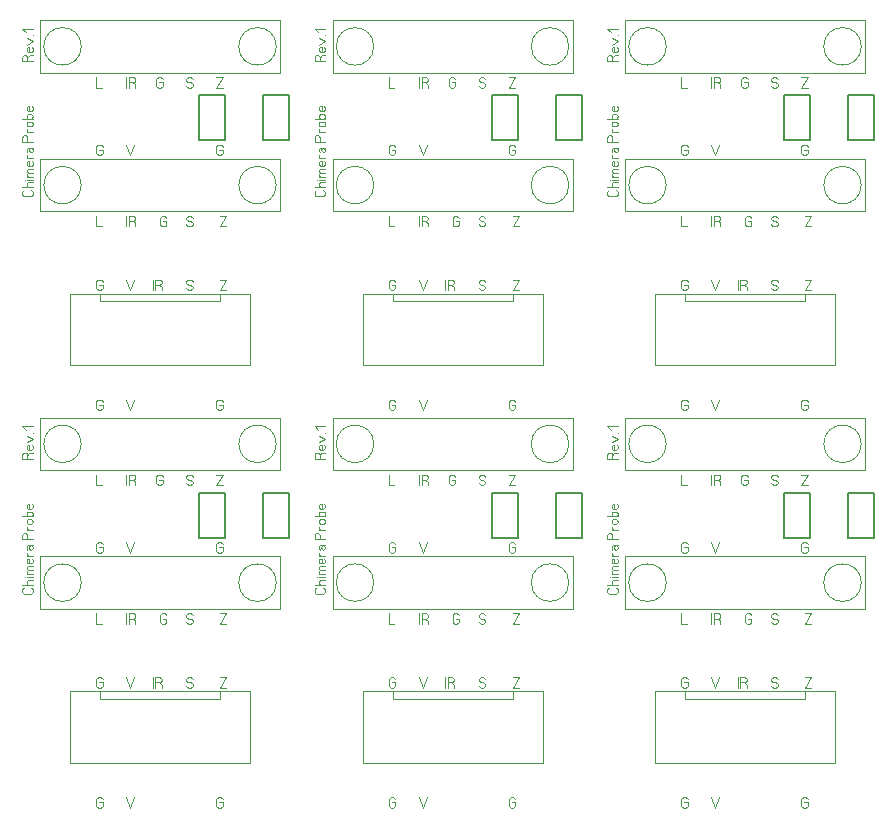
<source format=gbr>
%FSLAX34Y34*%
%MOMM*%
%LNSILK_TOP*%
G71*
G01*
%ADD10C, 0.100*%
%ADD11C, 0.111*%
%ADD12C, 0.150*%
%LPD*%
G54D10*
X34925Y-12700D02*
X34925Y-57150D01*
X238125Y-57150D01*
X238125Y-12700D01*
X34925Y-12700D01*
G54D10*
G75*
G01X69850Y-34925D02*
G03X69850Y-34925I-15875J0D01*
G01*
G54D10*
G75*
G01X234950Y-34925D02*
G03X234950Y-34925I-15875J0D01*
G01*
G54D10*
X34925Y-130175D02*
X34925Y-174625D01*
X238125Y-174625D01*
X238125Y-130175D01*
X34925Y-130175D01*
G54D10*
G75*
G01X69850Y-152400D02*
G03X69850Y-152400I-15875J0D01*
G01*
G54D10*
G75*
G01X234950Y-152400D02*
G03X234950Y-152400I-15875J0D01*
G01*
G54D10*
X60325Y-244475D02*
X60325Y-304800D01*
G54D10*
X212725Y-244475D02*
X212725Y-304800D01*
X60325Y-304800D01*
G54D10*
X60325Y-244475D02*
X212725Y-244475D01*
G54D10*
X85725Y-244475D02*
X85725Y-250825D01*
X187325Y-250825D01*
X187325Y-244475D01*
G54D11*
X82550Y-178436D02*
X82550Y-187325D01*
X87217Y-187325D01*
G54D11*
X107950Y-187325D02*
X107950Y-178436D01*
G54D11*
X113061Y-182881D02*
X115061Y-183992D01*
X115727Y-185103D01*
X115727Y-187325D01*
G54D11*
X110394Y-187325D02*
X110394Y-178436D01*
X113727Y-178436D01*
X115061Y-178992D01*
X115727Y-180103D01*
X115727Y-181214D01*
X115061Y-182325D01*
X113727Y-182881D01*
X110394Y-182881D01*
G54D11*
X139192Y-182881D02*
X141858Y-182881D01*
X141858Y-185658D01*
X141192Y-186769D01*
X139858Y-187325D01*
X138525Y-187325D01*
X137192Y-186769D01*
X136525Y-185658D01*
X136525Y-180103D01*
X137192Y-178992D01*
X138525Y-178436D01*
X139858Y-178436D01*
X141192Y-178992D01*
X141858Y-180103D01*
G54D11*
X187325Y-178436D02*
X192658Y-178436D01*
X187325Y-187325D01*
X192658Y-187325D01*
G54D11*
X158750Y-185658D02*
X159417Y-186769D01*
X160750Y-187325D01*
X162083Y-187325D01*
X163417Y-186769D01*
X164083Y-185658D01*
X164083Y-184547D01*
X163417Y-183436D01*
X162083Y-182881D01*
X160750Y-182881D01*
X159417Y-182325D01*
X158750Y-181214D01*
X158750Y-180103D01*
X159417Y-178992D01*
X160750Y-178436D01*
X162083Y-178436D01*
X163417Y-178992D01*
X164083Y-180103D01*
G54D11*
X85217Y-236856D02*
X87883Y-236856D01*
X87883Y-239633D01*
X87217Y-240744D01*
X85883Y-241300D01*
X84550Y-241300D01*
X83217Y-240744D01*
X82550Y-239633D01*
X82550Y-234078D01*
X83217Y-232967D01*
X84550Y-232411D01*
X85883Y-232411D01*
X87217Y-232967D01*
X87883Y-234078D01*
G54D11*
X107950Y-232411D02*
X111283Y-241300D01*
X114617Y-232411D01*
G54D11*
X130175Y-241300D02*
X130175Y-232411D01*
G54D11*
X135286Y-236856D02*
X137286Y-237967D01*
X137952Y-239078D01*
X137952Y-241300D01*
G54D11*
X132619Y-241300D02*
X132619Y-232411D01*
X135952Y-232411D01*
X137286Y-232967D01*
X137952Y-234078D01*
X137952Y-235189D01*
X137286Y-236300D01*
X135952Y-236856D01*
X132619Y-236856D01*
G54D11*
X158750Y-239633D02*
X159417Y-240744D01*
X160750Y-241300D01*
X162083Y-241300D01*
X163417Y-240744D01*
X164083Y-239633D01*
X164083Y-238522D01*
X163417Y-237411D01*
X162083Y-236856D01*
X160750Y-236856D01*
X159417Y-236300D01*
X158750Y-235189D01*
X158750Y-234078D01*
X159417Y-232967D01*
X160750Y-232411D01*
X162083Y-232411D01*
X163417Y-232967D01*
X164083Y-234078D01*
G54D11*
X187325Y-232411D02*
X192658Y-232411D01*
X187325Y-241300D01*
X192658Y-241300D01*
G54D11*
X82550Y-60961D02*
X82550Y-69850D01*
X87217Y-69850D01*
G54D11*
X107950Y-69850D02*
X107950Y-60961D01*
G54D11*
X113061Y-65406D02*
X115061Y-66517D01*
X115727Y-67628D01*
X115727Y-69850D01*
G54D11*
X110394Y-69850D02*
X110394Y-60961D01*
X113727Y-60961D01*
X115061Y-61517D01*
X115727Y-62628D01*
X115727Y-63739D01*
X115061Y-64850D01*
X113727Y-65406D01*
X110394Y-65406D01*
G54D11*
X136017Y-65406D02*
X138683Y-65406D01*
X138683Y-68183D01*
X138017Y-69294D01*
X136683Y-69850D01*
X135350Y-69850D01*
X134017Y-69294D01*
X133350Y-68183D01*
X133350Y-62628D01*
X134017Y-61517D01*
X135350Y-60961D01*
X136683Y-60961D01*
X138017Y-61517D01*
X138683Y-62628D01*
G54D11*
X158750Y-68183D02*
X159417Y-69294D01*
X160750Y-69850D01*
X162083Y-69850D01*
X163417Y-69294D01*
X164083Y-68183D01*
X164083Y-67072D01*
X163417Y-65961D01*
X162083Y-65406D01*
X160750Y-65406D01*
X159417Y-64850D01*
X158750Y-63739D01*
X158750Y-62628D01*
X159417Y-61517D01*
X160750Y-60961D01*
X162083Y-60961D01*
X163417Y-61517D01*
X164083Y-62628D01*
G54D11*
X184150Y-60961D02*
X189483Y-60961D01*
X184150Y-69850D01*
X189483Y-69850D01*
G54D12*
X169950Y-76250D02*
X191950Y-76250D01*
X191950Y-114250D01*
X169950Y-114250D01*
X169950Y-76250D01*
G54D12*
X223925Y-76250D02*
X245925Y-76250D01*
X245925Y-114250D01*
X223925Y-114250D01*
X223925Y-76250D01*
G54D11*
X26908Y-156592D02*
X28019Y-157258D01*
X28575Y-158592D01*
X28575Y-159925D01*
X28019Y-161258D01*
X26908Y-161925D01*
X21353Y-161925D01*
X20242Y-161258D01*
X19686Y-159925D01*
X19686Y-158592D01*
X20242Y-157258D01*
X21353Y-156592D01*
G54D11*
X28575Y-154148D02*
X19686Y-154148D01*
G54D11*
X25019Y-154148D02*
X23908Y-153481D01*
X23575Y-152148D01*
X23908Y-150815D01*
X25019Y-150148D01*
X28575Y-150148D01*
G54D11*
X28575Y-147704D02*
X23575Y-147704D01*
G54D11*
X21908Y-147704D02*
X21908Y-147704D01*
G54D11*
X28575Y-145260D02*
X23575Y-145260D01*
G54D11*
X24464Y-145260D02*
X23575Y-143927D01*
X23908Y-142593D01*
X24686Y-141927D01*
X28575Y-141927D01*
G54D11*
X24464Y-141927D02*
X23575Y-140593D01*
X23908Y-139260D01*
X24686Y-138593D01*
X28575Y-138593D01*
G54D11*
X28019Y-132149D02*
X28575Y-133216D01*
X28575Y-134549D01*
X28019Y-135882D01*
X26908Y-136149D01*
X25019Y-136149D01*
X23908Y-135482D01*
X23575Y-134149D01*
X23908Y-132816D01*
X24686Y-132149D01*
X25797Y-132149D01*
X25797Y-136149D01*
G54D11*
X28575Y-129705D02*
X23575Y-129705D01*
G54D11*
X24686Y-129705D02*
X23575Y-128372D01*
X23575Y-127038D01*
G54D11*
X24131Y-124594D02*
X23575Y-123261D01*
X23575Y-121661D01*
X24686Y-120594D01*
X28575Y-120594D01*
G54D11*
X26908Y-120594D02*
X25797Y-121261D01*
X25575Y-122594D01*
X25797Y-123927D01*
X26908Y-124594D01*
X28019Y-124327D01*
X28575Y-123261D01*
X28575Y-122594D01*
X28575Y-122327D01*
X28019Y-121261D01*
X26908Y-120594D01*
G54D11*
X28575Y-115573D02*
X19686Y-115573D01*
X19686Y-112240D01*
X20242Y-110906D01*
X21353Y-110240D01*
X22464Y-110240D01*
X23575Y-110906D01*
X24131Y-112240D01*
X24131Y-115573D01*
G54D11*
X28575Y-107796D02*
X23575Y-107796D01*
G54D11*
X24686Y-107796D02*
X23575Y-106463D01*
X23575Y-105129D01*
G54D11*
X27242Y-98685D02*
X25019Y-98685D01*
X23908Y-99352D01*
X23575Y-100685D01*
X23908Y-102018D01*
X25019Y-102685D01*
X27242Y-102685D01*
X28353Y-102018D01*
X28575Y-100685D01*
X28353Y-99352D01*
X27242Y-98685D01*
G54D11*
X28575Y-96241D02*
X19686Y-96241D01*
G54D11*
X25019Y-96241D02*
X23908Y-95574D01*
X23575Y-94241D01*
X23908Y-92908D01*
X25019Y-92241D01*
X27242Y-92241D01*
X28353Y-92908D01*
X28575Y-94241D01*
X28353Y-95574D01*
X27242Y-96241D01*
G54D11*
X28019Y-85797D02*
X28575Y-86864D01*
X28575Y-88197D01*
X28019Y-89530D01*
X26908Y-89797D01*
X25019Y-89797D01*
X23908Y-89130D01*
X23575Y-87797D01*
X23908Y-86464D01*
X24686Y-85797D01*
X25797Y-85797D01*
X25797Y-89797D01*
G54D11*
X24131Y-44958D02*
X25242Y-42958D01*
X26353Y-42292D01*
X28575Y-42292D01*
G54D11*
X28575Y-47625D02*
X19686Y-47625D01*
X19686Y-44292D01*
X20242Y-42958D01*
X21353Y-42292D01*
X22464Y-42292D01*
X23575Y-42958D01*
X24131Y-44292D01*
X24131Y-47625D01*
G54D11*
X28019Y-35848D02*
X28575Y-36915D01*
X28575Y-38248D01*
X28019Y-39581D01*
X26908Y-39848D01*
X25019Y-39848D01*
X23908Y-39181D01*
X23575Y-37848D01*
X23908Y-36515D01*
X24686Y-35848D01*
X25797Y-35848D01*
X25797Y-39848D01*
G54D11*
X23575Y-33404D02*
X28575Y-30737D01*
X23575Y-28071D01*
G54D11*
X28575Y-25627D02*
X28575Y-25627D01*
G54D11*
X23019Y-23183D02*
X19686Y-19850D01*
X28575Y-19850D01*
G54D11*
X85217Y-122556D02*
X87883Y-122556D01*
X87883Y-125333D01*
X87217Y-126444D01*
X85883Y-127000D01*
X84550Y-127000D01*
X83217Y-126444D01*
X82550Y-125333D01*
X82550Y-119778D01*
X83217Y-118667D01*
X84550Y-118111D01*
X85883Y-118111D01*
X87217Y-118667D01*
X87883Y-119778D01*
G54D11*
X186817Y-122556D02*
X189483Y-122556D01*
X189483Y-125333D01*
X188817Y-126444D01*
X187483Y-127000D01*
X186150Y-127000D01*
X184817Y-126444D01*
X184150Y-125333D01*
X184150Y-119778D01*
X184817Y-118667D01*
X186150Y-118111D01*
X187483Y-118111D01*
X188817Y-118667D01*
X189483Y-119778D01*
G54D11*
X107950Y-118111D02*
X111283Y-127000D01*
X114617Y-118111D01*
G54D11*
X85217Y-338456D02*
X87883Y-338456D01*
X87883Y-341233D01*
X87217Y-342344D01*
X85883Y-342900D01*
X84550Y-342900D01*
X83217Y-342344D01*
X82550Y-341233D01*
X82550Y-335678D01*
X83217Y-334567D01*
X84550Y-334011D01*
X85883Y-334011D01*
X87217Y-334567D01*
X87883Y-335678D01*
G54D11*
X186817Y-338456D02*
X189483Y-338456D01*
X189483Y-341233D01*
X188817Y-342344D01*
X187483Y-342900D01*
X186150Y-342900D01*
X184817Y-342344D01*
X184150Y-341233D01*
X184150Y-335678D01*
X184817Y-334567D01*
X186150Y-334011D01*
X187483Y-334011D01*
X188817Y-334567D01*
X189483Y-335678D01*
G54D11*
X107950Y-334011D02*
X111283Y-342900D01*
X114617Y-334011D01*
G54D10*
X282575Y-12700D02*
X282575Y-57150D01*
X485775Y-57150D01*
X485775Y-12700D01*
X282575Y-12700D01*
G54D10*
G75*
G01X317500Y-34925D02*
G03X317500Y-34925I-15875J0D01*
G01*
G54D10*
G75*
G01X482600Y-34925D02*
G03X482600Y-34925I-15875J0D01*
G01*
G54D10*
X282575Y-130175D02*
X282575Y-174625D01*
X485775Y-174625D01*
X485775Y-130175D01*
X282575Y-130175D01*
G54D10*
G75*
G01X317500Y-152400D02*
G03X317500Y-152400I-15875J0D01*
G01*
G54D10*
G75*
G01X482600Y-152400D02*
G03X482600Y-152400I-15875J0D01*
G01*
G54D10*
X307975Y-244475D02*
X307975Y-304800D01*
G54D10*
X460375Y-244475D02*
X460375Y-304800D01*
X307975Y-304800D01*
G54D10*
X307975Y-244475D02*
X460375Y-244475D01*
G54D10*
X333375Y-244475D02*
X333375Y-250825D01*
X434975Y-250825D01*
X434975Y-244475D01*
G54D11*
X330200Y-178436D02*
X330200Y-187325D01*
X334867Y-187325D01*
G54D11*
X355600Y-187325D02*
X355600Y-178436D01*
G54D11*
X360711Y-182881D02*
X362711Y-183992D01*
X363377Y-185103D01*
X363377Y-187325D01*
G54D11*
X358044Y-187325D02*
X358044Y-178436D01*
X361377Y-178436D01*
X362711Y-178992D01*
X363377Y-180103D01*
X363377Y-181214D01*
X362711Y-182325D01*
X361377Y-182881D01*
X358044Y-182881D01*
G54D11*
X386842Y-182881D02*
X389508Y-182881D01*
X389508Y-185658D01*
X388842Y-186769D01*
X387508Y-187325D01*
X386175Y-187325D01*
X384842Y-186769D01*
X384175Y-185658D01*
X384175Y-180103D01*
X384842Y-178992D01*
X386175Y-178436D01*
X387508Y-178436D01*
X388842Y-178992D01*
X389508Y-180103D01*
G54D11*
X434975Y-178436D02*
X440308Y-178436D01*
X434975Y-187325D01*
X440308Y-187325D01*
G54D11*
X406400Y-185658D02*
X407067Y-186769D01*
X408400Y-187325D01*
X409733Y-187325D01*
X411067Y-186769D01*
X411733Y-185658D01*
X411733Y-184547D01*
X411067Y-183436D01*
X409733Y-182881D01*
X408400Y-182881D01*
X407067Y-182325D01*
X406400Y-181214D01*
X406400Y-180103D01*
X407067Y-178992D01*
X408400Y-178436D01*
X409733Y-178436D01*
X411067Y-178992D01*
X411733Y-180103D01*
G54D11*
X332867Y-236856D02*
X335533Y-236856D01*
X335533Y-239633D01*
X334867Y-240744D01*
X333533Y-241300D01*
X332200Y-241300D01*
X330867Y-240744D01*
X330200Y-239633D01*
X330200Y-234078D01*
X330867Y-232967D01*
X332200Y-232411D01*
X333533Y-232411D01*
X334867Y-232967D01*
X335533Y-234078D01*
G54D11*
X355600Y-232411D02*
X358933Y-241300D01*
X362267Y-232411D01*
G54D11*
X377825Y-241300D02*
X377825Y-232411D01*
G54D11*
X382936Y-236856D02*
X384936Y-237967D01*
X385602Y-239078D01*
X385602Y-241300D01*
G54D11*
X380269Y-241300D02*
X380269Y-232411D01*
X383602Y-232411D01*
X384936Y-232967D01*
X385602Y-234078D01*
X385602Y-235189D01*
X384936Y-236300D01*
X383602Y-236856D01*
X380269Y-236856D01*
G54D11*
X406400Y-239633D02*
X407067Y-240744D01*
X408400Y-241300D01*
X409733Y-241300D01*
X411067Y-240744D01*
X411733Y-239633D01*
X411733Y-238522D01*
X411067Y-237411D01*
X409733Y-236856D01*
X408400Y-236856D01*
X407067Y-236300D01*
X406400Y-235189D01*
X406400Y-234078D01*
X407067Y-232967D01*
X408400Y-232411D01*
X409733Y-232411D01*
X411067Y-232967D01*
X411733Y-234078D01*
G54D11*
X434975Y-232411D02*
X440308Y-232411D01*
X434975Y-241300D01*
X440308Y-241300D01*
G54D11*
X330200Y-60961D02*
X330200Y-69850D01*
X334867Y-69850D01*
G54D11*
X355600Y-69850D02*
X355600Y-60961D01*
G54D11*
X360711Y-65406D02*
X362711Y-66517D01*
X363377Y-67628D01*
X363377Y-69850D01*
G54D11*
X358044Y-69850D02*
X358044Y-60961D01*
X361377Y-60961D01*
X362711Y-61517D01*
X363377Y-62628D01*
X363377Y-63739D01*
X362711Y-64850D01*
X361377Y-65406D01*
X358044Y-65406D01*
G54D11*
X383667Y-65406D02*
X386333Y-65406D01*
X386333Y-68183D01*
X385667Y-69294D01*
X384333Y-69850D01*
X383000Y-69850D01*
X381667Y-69294D01*
X381000Y-68183D01*
X381000Y-62628D01*
X381667Y-61517D01*
X383000Y-60961D01*
X384333Y-60961D01*
X385667Y-61517D01*
X386333Y-62628D01*
G54D11*
X406400Y-68183D02*
X407067Y-69294D01*
X408400Y-69850D01*
X409733Y-69850D01*
X411067Y-69294D01*
X411733Y-68183D01*
X411733Y-67072D01*
X411067Y-65961D01*
X409733Y-65406D01*
X408400Y-65406D01*
X407067Y-64850D01*
X406400Y-63739D01*
X406400Y-62628D01*
X407067Y-61517D01*
X408400Y-60961D01*
X409733Y-60961D01*
X411067Y-61517D01*
X411733Y-62628D01*
G54D11*
X431800Y-60961D02*
X437133Y-60961D01*
X431800Y-69850D01*
X437133Y-69850D01*
G54D12*
X417600Y-76250D02*
X439600Y-76250D01*
X439600Y-114250D01*
X417600Y-114250D01*
X417600Y-76250D01*
G54D12*
X471575Y-76250D02*
X493575Y-76250D01*
X493575Y-114250D01*
X471575Y-114250D01*
X471575Y-76250D01*
G54D11*
X274558Y-156592D02*
X275669Y-157258D01*
X276225Y-158592D01*
X276225Y-159925D01*
X275669Y-161258D01*
X274558Y-161925D01*
X269003Y-161925D01*
X267892Y-161258D01*
X267336Y-159925D01*
X267336Y-158592D01*
X267892Y-157258D01*
X269003Y-156592D01*
G54D11*
X276225Y-154148D02*
X267336Y-154148D01*
G54D11*
X272669Y-154148D02*
X271558Y-153481D01*
X271225Y-152148D01*
X271558Y-150815D01*
X272669Y-150148D01*
X276225Y-150148D01*
G54D11*
X276225Y-147704D02*
X271225Y-147704D01*
G54D11*
X269558Y-147704D02*
X269558Y-147704D01*
G54D11*
X276225Y-145260D02*
X271225Y-145260D01*
G54D11*
X272114Y-145260D02*
X271225Y-143927D01*
X271558Y-142593D01*
X272336Y-141927D01*
X276225Y-141927D01*
G54D11*
X272114Y-141927D02*
X271225Y-140593D01*
X271558Y-139260D01*
X272336Y-138593D01*
X276225Y-138593D01*
G54D11*
X275669Y-132149D02*
X276225Y-133216D01*
X276225Y-134549D01*
X275669Y-135882D01*
X274558Y-136149D01*
X272669Y-136149D01*
X271558Y-135482D01*
X271225Y-134149D01*
X271558Y-132816D01*
X272336Y-132149D01*
X273447Y-132149D01*
X273447Y-136149D01*
G54D11*
X276225Y-129705D02*
X271225Y-129705D01*
G54D11*
X272336Y-129705D02*
X271225Y-128372D01*
X271225Y-127038D01*
G54D11*
X271781Y-124594D02*
X271225Y-123261D01*
X271225Y-121661D01*
X272336Y-120594D01*
X276225Y-120594D01*
G54D11*
X274558Y-120594D02*
X273447Y-121261D01*
X273225Y-122594D01*
X273447Y-123927D01*
X274558Y-124594D01*
X275669Y-124327D01*
X276225Y-123261D01*
X276225Y-122594D01*
X276225Y-122327D01*
X275669Y-121261D01*
X274558Y-120594D01*
G54D11*
X276225Y-115573D02*
X267336Y-115573D01*
X267336Y-112240D01*
X267892Y-110906D01*
X269003Y-110240D01*
X270114Y-110240D01*
X271225Y-110906D01*
X271781Y-112240D01*
X271781Y-115573D01*
G54D11*
X276225Y-107796D02*
X271225Y-107796D01*
G54D11*
X272336Y-107796D02*
X271225Y-106463D01*
X271225Y-105129D01*
G54D11*
X274892Y-98685D02*
X272669Y-98685D01*
X271558Y-99352D01*
X271225Y-100685D01*
X271558Y-102018D01*
X272669Y-102685D01*
X274892Y-102685D01*
X276003Y-102018D01*
X276225Y-100685D01*
X276003Y-99352D01*
X274892Y-98685D01*
G54D11*
X276225Y-96241D02*
X267336Y-96241D01*
G54D11*
X272669Y-96241D02*
X271558Y-95574D01*
X271225Y-94241D01*
X271558Y-92908D01*
X272669Y-92241D01*
X274892Y-92241D01*
X276003Y-92908D01*
X276225Y-94241D01*
X276003Y-95574D01*
X274892Y-96241D01*
G54D11*
X275669Y-85797D02*
X276225Y-86864D01*
X276225Y-88197D01*
X275669Y-89530D01*
X274558Y-89797D01*
X272669Y-89797D01*
X271558Y-89130D01*
X271225Y-87797D01*
X271558Y-86464D01*
X272336Y-85797D01*
X273447Y-85797D01*
X273447Y-89797D01*
G54D11*
X271781Y-44958D02*
X272892Y-42958D01*
X274003Y-42292D01*
X276225Y-42292D01*
G54D11*
X276225Y-47625D02*
X267336Y-47625D01*
X267336Y-44292D01*
X267892Y-42958D01*
X269003Y-42292D01*
X270114Y-42292D01*
X271225Y-42958D01*
X271781Y-44292D01*
X271781Y-47625D01*
G54D11*
X275669Y-35848D02*
X276225Y-36915D01*
X276225Y-38248D01*
X275669Y-39581D01*
X274558Y-39848D01*
X272669Y-39848D01*
X271558Y-39181D01*
X271225Y-37848D01*
X271558Y-36515D01*
X272336Y-35848D01*
X273447Y-35848D01*
X273447Y-39848D01*
G54D11*
X271225Y-33404D02*
X276225Y-30737D01*
X271225Y-28071D01*
G54D11*
X276225Y-25627D02*
X276225Y-25627D01*
G54D11*
X270669Y-23183D02*
X267336Y-19850D01*
X276225Y-19850D01*
G54D11*
X332867Y-122556D02*
X335533Y-122556D01*
X335533Y-125333D01*
X334867Y-126444D01*
X333533Y-127000D01*
X332200Y-127000D01*
X330867Y-126444D01*
X330200Y-125333D01*
X330200Y-119778D01*
X330867Y-118667D01*
X332200Y-118111D01*
X333533Y-118111D01*
X334867Y-118667D01*
X335533Y-119778D01*
G54D11*
X434467Y-122556D02*
X437133Y-122556D01*
X437133Y-125333D01*
X436467Y-126444D01*
X435133Y-127000D01*
X433800Y-127000D01*
X432467Y-126444D01*
X431800Y-125333D01*
X431800Y-119778D01*
X432467Y-118667D01*
X433800Y-118111D01*
X435133Y-118111D01*
X436467Y-118667D01*
X437133Y-119778D01*
G54D11*
X355600Y-118111D02*
X358933Y-127000D01*
X362267Y-118111D01*
G54D11*
X332867Y-338456D02*
X335533Y-338456D01*
X335533Y-341233D01*
X334867Y-342344D01*
X333533Y-342900D01*
X332200Y-342900D01*
X330867Y-342344D01*
X330200Y-341233D01*
X330200Y-335678D01*
X330867Y-334567D01*
X332200Y-334011D01*
X333533Y-334011D01*
X334867Y-334567D01*
X335533Y-335678D01*
G54D11*
X434467Y-338456D02*
X437133Y-338456D01*
X437133Y-341233D01*
X436467Y-342344D01*
X435133Y-342900D01*
X433800Y-342900D01*
X432467Y-342344D01*
X431800Y-341233D01*
X431800Y-335678D01*
X432467Y-334567D01*
X433800Y-334011D01*
X435133Y-334011D01*
X436467Y-334567D01*
X437133Y-335678D01*
G54D11*
X355600Y-334011D02*
X358933Y-342900D01*
X362267Y-334011D01*
G54D10*
X530225Y-12700D02*
X530225Y-57150D01*
X733425Y-57150D01*
X733425Y-12700D01*
X530225Y-12700D01*
G54D10*
G75*
G01X565150Y-34925D02*
G03X565150Y-34925I-15875J0D01*
G01*
G54D10*
G75*
G01X730250Y-34925D02*
G03X730250Y-34925I-15875J0D01*
G01*
G54D10*
X530225Y-130175D02*
X530225Y-174625D01*
X733425Y-174625D01*
X733425Y-130175D01*
X530225Y-130175D01*
G54D10*
G75*
G01X565150Y-152400D02*
G03X565150Y-152400I-15875J0D01*
G01*
G54D10*
G75*
G01X730250Y-152400D02*
G03X730250Y-152400I-15875J0D01*
G01*
G54D10*
X555625Y-244475D02*
X555625Y-304800D01*
G54D10*
X708025Y-244475D02*
X708025Y-304800D01*
X555625Y-304800D01*
G54D10*
X555625Y-244475D02*
X708025Y-244475D01*
G54D10*
X581025Y-244475D02*
X581025Y-250825D01*
X682625Y-250825D01*
X682625Y-244475D01*
G54D11*
X577850Y-178436D02*
X577850Y-187325D01*
X582517Y-187325D01*
G54D11*
X603250Y-187325D02*
X603250Y-178436D01*
G54D11*
X608361Y-182881D02*
X610361Y-183992D01*
X611027Y-185103D01*
X611027Y-187325D01*
G54D11*
X605694Y-187325D02*
X605694Y-178436D01*
X609027Y-178436D01*
X610361Y-178992D01*
X611027Y-180103D01*
X611027Y-181214D01*
X610361Y-182325D01*
X609027Y-182881D01*
X605694Y-182881D01*
G54D11*
X634492Y-182881D02*
X637158Y-182881D01*
X637158Y-185658D01*
X636492Y-186769D01*
X635158Y-187325D01*
X633825Y-187325D01*
X632492Y-186769D01*
X631825Y-185658D01*
X631825Y-180103D01*
X632492Y-178992D01*
X633825Y-178436D01*
X635158Y-178436D01*
X636492Y-178992D01*
X637158Y-180103D01*
G54D11*
X682625Y-178436D02*
X687958Y-178436D01*
X682625Y-187325D01*
X687958Y-187325D01*
G54D11*
X654050Y-185658D02*
X654717Y-186769D01*
X656050Y-187325D01*
X657383Y-187325D01*
X658717Y-186769D01*
X659383Y-185658D01*
X659383Y-184547D01*
X658717Y-183436D01*
X657383Y-182881D01*
X656050Y-182881D01*
X654717Y-182325D01*
X654050Y-181214D01*
X654050Y-180103D01*
X654717Y-178992D01*
X656050Y-178436D01*
X657383Y-178436D01*
X658717Y-178992D01*
X659383Y-180103D01*
G54D11*
X580517Y-236856D02*
X583183Y-236856D01*
X583183Y-239633D01*
X582517Y-240744D01*
X581183Y-241300D01*
X579850Y-241300D01*
X578517Y-240744D01*
X577850Y-239633D01*
X577850Y-234078D01*
X578517Y-232967D01*
X579850Y-232411D01*
X581183Y-232411D01*
X582517Y-232967D01*
X583183Y-234078D01*
G54D11*
X603250Y-232411D02*
X606583Y-241300D01*
X609917Y-232411D01*
G54D11*
X625475Y-241300D02*
X625475Y-232411D01*
G54D11*
X630586Y-236856D02*
X632586Y-237967D01*
X633252Y-239078D01*
X633252Y-241300D01*
G54D11*
X627919Y-241300D02*
X627919Y-232411D01*
X631252Y-232411D01*
X632586Y-232967D01*
X633252Y-234078D01*
X633252Y-235189D01*
X632586Y-236300D01*
X631252Y-236856D01*
X627919Y-236856D01*
G54D11*
X654050Y-239633D02*
X654717Y-240744D01*
X656050Y-241300D01*
X657383Y-241300D01*
X658717Y-240744D01*
X659383Y-239633D01*
X659383Y-238522D01*
X658717Y-237411D01*
X657383Y-236856D01*
X656050Y-236856D01*
X654717Y-236300D01*
X654050Y-235189D01*
X654050Y-234078D01*
X654717Y-232967D01*
X656050Y-232411D01*
X657383Y-232411D01*
X658717Y-232967D01*
X659383Y-234078D01*
G54D11*
X682625Y-232411D02*
X687958Y-232411D01*
X682625Y-241300D01*
X687958Y-241300D01*
G54D11*
X577850Y-60961D02*
X577850Y-69850D01*
X582517Y-69850D01*
G54D11*
X603250Y-69850D02*
X603250Y-60961D01*
G54D11*
X608361Y-65406D02*
X610361Y-66517D01*
X611027Y-67628D01*
X611027Y-69850D01*
G54D11*
X605694Y-69850D02*
X605694Y-60961D01*
X609027Y-60961D01*
X610361Y-61517D01*
X611027Y-62628D01*
X611027Y-63739D01*
X610361Y-64850D01*
X609027Y-65406D01*
X605694Y-65406D01*
G54D11*
X631317Y-65406D02*
X633983Y-65406D01*
X633983Y-68183D01*
X633317Y-69294D01*
X631983Y-69850D01*
X630650Y-69850D01*
X629317Y-69294D01*
X628650Y-68183D01*
X628650Y-62628D01*
X629317Y-61517D01*
X630650Y-60961D01*
X631983Y-60961D01*
X633317Y-61517D01*
X633983Y-62628D01*
G54D11*
X654050Y-68183D02*
X654717Y-69294D01*
X656050Y-69850D01*
X657383Y-69850D01*
X658717Y-69294D01*
X659383Y-68183D01*
X659383Y-67072D01*
X658717Y-65961D01*
X657383Y-65406D01*
X656050Y-65406D01*
X654717Y-64850D01*
X654050Y-63739D01*
X654050Y-62628D01*
X654717Y-61517D01*
X656050Y-60961D01*
X657383Y-60961D01*
X658717Y-61517D01*
X659383Y-62628D01*
G54D11*
X679450Y-60961D02*
X684783Y-60961D01*
X679450Y-69850D01*
X684783Y-69850D01*
G54D12*
X665250Y-76250D02*
X687250Y-76250D01*
X687250Y-114250D01*
X665250Y-114250D01*
X665250Y-76250D01*
G54D12*
X719225Y-76250D02*
X741225Y-76250D01*
X741225Y-114250D01*
X719225Y-114250D01*
X719225Y-76250D01*
G54D11*
X522208Y-156592D02*
X523319Y-157258D01*
X523875Y-158592D01*
X523875Y-159925D01*
X523319Y-161258D01*
X522208Y-161925D01*
X516653Y-161925D01*
X515542Y-161258D01*
X514986Y-159925D01*
X514986Y-158592D01*
X515542Y-157258D01*
X516653Y-156592D01*
G54D11*
X523875Y-154148D02*
X514986Y-154148D01*
G54D11*
X520319Y-154148D02*
X519208Y-153481D01*
X518875Y-152148D01*
X519208Y-150815D01*
X520319Y-150148D01*
X523875Y-150148D01*
G54D11*
X523875Y-147704D02*
X518875Y-147704D01*
G54D11*
X517208Y-147704D02*
X517208Y-147704D01*
G54D11*
X523875Y-145260D02*
X518875Y-145260D01*
G54D11*
X519764Y-145260D02*
X518875Y-143927D01*
X519208Y-142593D01*
X519986Y-141927D01*
X523875Y-141927D01*
G54D11*
X519764Y-141927D02*
X518875Y-140593D01*
X519208Y-139260D01*
X519986Y-138593D01*
X523875Y-138593D01*
G54D11*
X523319Y-132149D02*
X523875Y-133216D01*
X523875Y-134549D01*
X523319Y-135882D01*
X522208Y-136149D01*
X520319Y-136149D01*
X519208Y-135482D01*
X518875Y-134149D01*
X519208Y-132816D01*
X519986Y-132149D01*
X521097Y-132149D01*
X521097Y-136149D01*
G54D11*
X523875Y-129705D02*
X518875Y-129705D01*
G54D11*
X519986Y-129705D02*
X518875Y-128372D01*
X518875Y-127038D01*
G54D11*
X519431Y-124594D02*
X518875Y-123261D01*
X518875Y-121661D01*
X519986Y-120594D01*
X523875Y-120594D01*
G54D11*
X522208Y-120594D02*
X521097Y-121261D01*
X520875Y-122594D01*
X521097Y-123927D01*
X522208Y-124594D01*
X523319Y-124327D01*
X523875Y-123261D01*
X523875Y-122594D01*
X523875Y-122327D01*
X523319Y-121261D01*
X522208Y-120594D01*
G54D11*
X523875Y-115573D02*
X514986Y-115573D01*
X514986Y-112240D01*
X515542Y-110906D01*
X516653Y-110240D01*
X517764Y-110240D01*
X518875Y-110906D01*
X519431Y-112240D01*
X519431Y-115573D01*
G54D11*
X523875Y-107796D02*
X518875Y-107796D01*
G54D11*
X519986Y-107796D02*
X518875Y-106463D01*
X518875Y-105129D01*
G54D11*
X522542Y-98685D02*
X520319Y-98685D01*
X519208Y-99352D01*
X518875Y-100685D01*
X519208Y-102018D01*
X520319Y-102685D01*
X522542Y-102685D01*
X523653Y-102018D01*
X523875Y-100685D01*
X523653Y-99352D01*
X522542Y-98685D01*
G54D11*
X523875Y-96241D02*
X514986Y-96241D01*
G54D11*
X520319Y-96241D02*
X519208Y-95574D01*
X518875Y-94241D01*
X519208Y-92908D01*
X520319Y-92241D01*
X522542Y-92241D01*
X523653Y-92908D01*
X523875Y-94241D01*
X523653Y-95574D01*
X522542Y-96241D01*
G54D11*
X523319Y-85797D02*
X523875Y-86864D01*
X523875Y-88197D01*
X523319Y-89530D01*
X522208Y-89797D01*
X520319Y-89797D01*
X519208Y-89130D01*
X518875Y-87797D01*
X519208Y-86464D01*
X519986Y-85797D01*
X521097Y-85797D01*
X521097Y-89797D01*
G54D11*
X519431Y-44958D02*
X520542Y-42958D01*
X521653Y-42292D01*
X523875Y-42292D01*
G54D11*
X523875Y-47625D02*
X514986Y-47625D01*
X514986Y-44292D01*
X515542Y-42958D01*
X516653Y-42292D01*
X517764Y-42292D01*
X518875Y-42958D01*
X519431Y-44292D01*
X519431Y-47625D01*
G54D11*
X523319Y-35848D02*
X523875Y-36915D01*
X523875Y-38248D01*
X523319Y-39581D01*
X522208Y-39848D01*
X520319Y-39848D01*
X519208Y-39181D01*
X518875Y-37848D01*
X519208Y-36515D01*
X519986Y-35848D01*
X521097Y-35848D01*
X521097Y-39848D01*
G54D11*
X518875Y-33404D02*
X523875Y-30737D01*
X518875Y-28071D01*
G54D11*
X523875Y-25627D02*
X523875Y-25627D01*
G54D11*
X518319Y-23183D02*
X514986Y-19850D01*
X523875Y-19850D01*
G54D11*
X580517Y-122556D02*
X583183Y-122556D01*
X583183Y-125333D01*
X582517Y-126444D01*
X581183Y-127000D01*
X579850Y-127000D01*
X578517Y-126444D01*
X577850Y-125333D01*
X577850Y-119778D01*
X578517Y-118667D01*
X579850Y-118111D01*
X581183Y-118111D01*
X582517Y-118667D01*
X583183Y-119778D01*
G54D11*
X682117Y-122556D02*
X684783Y-122556D01*
X684783Y-125333D01*
X684117Y-126444D01*
X682783Y-127000D01*
X681450Y-127000D01*
X680117Y-126444D01*
X679450Y-125333D01*
X679450Y-119778D01*
X680117Y-118667D01*
X681450Y-118111D01*
X682783Y-118111D01*
X684117Y-118667D01*
X684783Y-119778D01*
G54D11*
X603250Y-118111D02*
X606583Y-127000D01*
X609917Y-118111D01*
G54D11*
X580517Y-338456D02*
X583183Y-338456D01*
X583183Y-341233D01*
X582517Y-342344D01*
X581183Y-342900D01*
X579850Y-342900D01*
X578517Y-342344D01*
X577850Y-341233D01*
X577850Y-335678D01*
X578517Y-334567D01*
X579850Y-334011D01*
X581183Y-334011D01*
X582517Y-334567D01*
X583183Y-335678D01*
G54D11*
X682117Y-338456D02*
X684783Y-338456D01*
X684783Y-341233D01*
X684117Y-342344D01*
X682783Y-342900D01*
X681450Y-342900D01*
X680117Y-342344D01*
X679450Y-341233D01*
X679450Y-335678D01*
X680117Y-334567D01*
X681450Y-334011D01*
X682783Y-334011D01*
X684117Y-334567D01*
X684783Y-335678D01*
G54D11*
X603250Y-334011D02*
X606583Y-342900D01*
X609917Y-334011D01*
G54D10*
X34925Y-349250D02*
X34925Y-393700D01*
X238125Y-393700D01*
X238125Y-349250D01*
X34925Y-349250D01*
G54D10*
G75*
G01X69850Y-371475D02*
G03X69850Y-371475I-15875J0D01*
G01*
G54D10*
G75*
G01X234950Y-371475D02*
G03X234950Y-371475I-15875J0D01*
G01*
G54D10*
X34925Y-466725D02*
X34925Y-511175D01*
X238125Y-511175D01*
X238125Y-466725D01*
X34925Y-466725D01*
G54D10*
G75*
G01X69850Y-488950D02*
G03X69850Y-488950I-15875J0D01*
G01*
G54D10*
G75*
G01X234950Y-488950D02*
G03X234950Y-488950I-15875J0D01*
G01*
G54D10*
X60325Y-581025D02*
X60325Y-641350D01*
G54D10*
X212725Y-581025D02*
X212725Y-641350D01*
X60325Y-641350D01*
G54D10*
X60325Y-581025D02*
X212725Y-581025D01*
G54D10*
X85725Y-581025D02*
X85725Y-587375D01*
X187325Y-587375D01*
X187325Y-581025D01*
G54D11*
X82550Y-514986D02*
X82550Y-523875D01*
X87217Y-523875D01*
G54D11*
X107950Y-523875D02*
X107950Y-514986D01*
G54D11*
X113061Y-519430D02*
X115061Y-520542D01*
X115727Y-521653D01*
X115727Y-523875D01*
G54D11*
X110394Y-523875D02*
X110394Y-514986D01*
X113727Y-514986D01*
X115061Y-515542D01*
X115727Y-516653D01*
X115727Y-517764D01*
X115061Y-518875D01*
X113727Y-519430D01*
X110394Y-519430D01*
G54D11*
X139192Y-519430D02*
X141858Y-519430D01*
X141858Y-522208D01*
X141192Y-523320D01*
X139858Y-523875D01*
X138525Y-523875D01*
X137192Y-523320D01*
X136525Y-522208D01*
X136525Y-516653D01*
X137192Y-515542D01*
X138525Y-514986D01*
X139858Y-514986D01*
X141192Y-515542D01*
X141858Y-516653D01*
G54D11*
X187325Y-514986D02*
X192658Y-514986D01*
X187325Y-523875D01*
X192658Y-523875D01*
G54D11*
X158750Y-522208D02*
X159417Y-523320D01*
X160750Y-523875D01*
X162083Y-523875D01*
X163417Y-523320D01*
X164083Y-522208D01*
X164083Y-521097D01*
X163417Y-519986D01*
X162083Y-519430D01*
X160750Y-519430D01*
X159417Y-518875D01*
X158750Y-517764D01*
X158750Y-516653D01*
X159417Y-515542D01*
X160750Y-514986D01*
X162083Y-514986D01*
X163417Y-515542D01*
X164083Y-516653D01*
G54D11*
X85217Y-573406D02*
X87883Y-573406D01*
X87883Y-576183D01*
X87217Y-577294D01*
X85883Y-577850D01*
X84550Y-577850D01*
X83217Y-577294D01*
X82550Y-576183D01*
X82550Y-570628D01*
X83217Y-569517D01*
X84550Y-568961D01*
X85883Y-568961D01*
X87217Y-569517D01*
X87883Y-570628D01*
G54D11*
X107950Y-568961D02*
X111283Y-577850D01*
X114617Y-568961D01*
G54D11*
X130175Y-577850D02*
X130175Y-568961D01*
G54D11*
X135286Y-573406D02*
X137286Y-574517D01*
X137952Y-575628D01*
X137952Y-577850D01*
G54D11*
X132619Y-577850D02*
X132619Y-568961D01*
X135952Y-568961D01*
X137286Y-569517D01*
X137952Y-570628D01*
X137952Y-571739D01*
X137286Y-572850D01*
X135952Y-573406D01*
X132619Y-573406D01*
G54D11*
X158750Y-576183D02*
X159417Y-577294D01*
X160750Y-577850D01*
X162083Y-577850D01*
X163417Y-577294D01*
X164083Y-576183D01*
X164083Y-575072D01*
X163417Y-573961D01*
X162083Y-573406D01*
X160750Y-573406D01*
X159417Y-572850D01*
X158750Y-571739D01*
X158750Y-570628D01*
X159417Y-569517D01*
X160750Y-568961D01*
X162083Y-568961D01*
X163417Y-569517D01*
X164083Y-570628D01*
G54D11*
X187325Y-568961D02*
X192658Y-568961D01*
X187325Y-577850D01*
X192658Y-577850D01*
G54D11*
X82550Y-397511D02*
X82550Y-406400D01*
X87217Y-406400D01*
G54D11*
X107950Y-406400D02*
X107950Y-397511D01*
G54D11*
X113061Y-401956D02*
X115061Y-403067D01*
X115727Y-404178D01*
X115727Y-406400D01*
G54D11*
X110394Y-406400D02*
X110394Y-397511D01*
X113727Y-397511D01*
X115061Y-398067D01*
X115727Y-399178D01*
X115727Y-400289D01*
X115061Y-401400D01*
X113727Y-401956D01*
X110394Y-401956D01*
G54D11*
X136017Y-401956D02*
X138683Y-401956D01*
X138683Y-404733D01*
X138017Y-405844D01*
X136683Y-406400D01*
X135350Y-406400D01*
X134017Y-405844D01*
X133350Y-404733D01*
X133350Y-399178D01*
X134017Y-398067D01*
X135350Y-397511D01*
X136683Y-397511D01*
X138017Y-398067D01*
X138683Y-399178D01*
G54D11*
X158750Y-404733D02*
X159417Y-405844D01*
X160750Y-406400D01*
X162083Y-406400D01*
X163417Y-405844D01*
X164083Y-404733D01*
X164083Y-403622D01*
X163417Y-402511D01*
X162083Y-401956D01*
X160750Y-401956D01*
X159417Y-401400D01*
X158750Y-400289D01*
X158750Y-399178D01*
X159417Y-398067D01*
X160750Y-397511D01*
X162083Y-397511D01*
X163417Y-398067D01*
X164083Y-399178D01*
G54D11*
X184150Y-397511D02*
X189483Y-397511D01*
X184150Y-406400D01*
X189483Y-406400D01*
G54D12*
X169950Y-412800D02*
X191950Y-412800D01*
X191950Y-450800D01*
X169950Y-450800D01*
X169950Y-412800D01*
G54D12*
X223925Y-412800D02*
X245925Y-412800D01*
X245925Y-450800D01*
X223925Y-450800D01*
X223925Y-412800D01*
G54D11*
X26908Y-493142D02*
X28019Y-493808D01*
X28575Y-495142D01*
X28575Y-496475D01*
X28019Y-497808D01*
X26908Y-498475D01*
X21353Y-498475D01*
X20242Y-497808D01*
X19686Y-496475D01*
X19686Y-495142D01*
X20242Y-493808D01*
X21353Y-493142D01*
G54D11*
X28575Y-490698D02*
X19686Y-490698D01*
G54D11*
X25019Y-490698D02*
X23908Y-490031D01*
X23575Y-488698D01*
X23908Y-487365D01*
X25019Y-486698D01*
X28575Y-486698D01*
G54D11*
X28575Y-484254D02*
X23575Y-484254D01*
G54D11*
X21908Y-484254D02*
X21908Y-484254D01*
G54D11*
X28575Y-481810D02*
X23575Y-481810D01*
G54D11*
X24464Y-481810D02*
X23575Y-480477D01*
X23908Y-479143D01*
X24686Y-478477D01*
X28575Y-478477D01*
G54D11*
X24464Y-478477D02*
X23575Y-477143D01*
X23908Y-475810D01*
X24686Y-475143D01*
X28575Y-475143D01*
G54D11*
X28019Y-468699D02*
X28575Y-469766D01*
X28575Y-471099D01*
X28019Y-472432D01*
X26908Y-472699D01*
X25019Y-472699D01*
X23908Y-472032D01*
X23575Y-470699D01*
X23908Y-469366D01*
X24686Y-468699D01*
X25797Y-468699D01*
X25797Y-472699D01*
G54D11*
X28575Y-466255D02*
X23575Y-466255D01*
G54D11*
X24686Y-466255D02*
X23575Y-464922D01*
X23575Y-463588D01*
G54D11*
X24131Y-461144D02*
X23575Y-459811D01*
X23575Y-458211D01*
X24686Y-457144D01*
X28575Y-457144D01*
G54D11*
X26908Y-457144D02*
X25797Y-457811D01*
X25575Y-459144D01*
X25797Y-460477D01*
X26908Y-461144D01*
X28019Y-460877D01*
X28575Y-459811D01*
X28575Y-459144D01*
X28575Y-458877D01*
X28019Y-457811D01*
X26908Y-457144D01*
G54D11*
X28575Y-452123D02*
X19686Y-452123D01*
X19686Y-448790D01*
X20242Y-447456D01*
X21353Y-446790D01*
X22464Y-446790D01*
X23575Y-447456D01*
X24131Y-448790D01*
X24131Y-452123D01*
G54D11*
X28575Y-444346D02*
X23575Y-444346D01*
G54D11*
X24686Y-444346D02*
X23575Y-443013D01*
X23575Y-441679D01*
G54D11*
X27242Y-435235D02*
X25019Y-435235D01*
X23908Y-435902D01*
X23575Y-437235D01*
X23908Y-438568D01*
X25019Y-439235D01*
X27242Y-439235D01*
X28353Y-438568D01*
X28575Y-437235D01*
X28353Y-435902D01*
X27242Y-435235D01*
G54D11*
X28575Y-432791D02*
X19686Y-432791D01*
G54D11*
X25019Y-432791D02*
X23908Y-432124D01*
X23575Y-430791D01*
X23908Y-429458D01*
X25019Y-428791D01*
X27242Y-428791D01*
X28353Y-429458D01*
X28575Y-430791D01*
X28353Y-432124D01*
X27242Y-432791D01*
G54D11*
X28019Y-422347D02*
X28575Y-423414D01*
X28575Y-424747D01*
X28019Y-426080D01*
X26908Y-426347D01*
X25019Y-426347D01*
X23908Y-425680D01*
X23575Y-424347D01*
X23908Y-423014D01*
X24686Y-422347D01*
X25797Y-422347D01*
X25797Y-426347D01*
G54D11*
X24131Y-381508D02*
X25242Y-379508D01*
X26353Y-378842D01*
X28575Y-378842D01*
G54D11*
X28575Y-384175D02*
X19686Y-384175D01*
X19686Y-380842D01*
X20242Y-379508D01*
X21353Y-378842D01*
X22464Y-378842D01*
X23575Y-379508D01*
X24131Y-380842D01*
X24131Y-384175D01*
G54D11*
X28019Y-372398D02*
X28575Y-373465D01*
X28575Y-374798D01*
X28019Y-376131D01*
X26908Y-376398D01*
X25019Y-376398D01*
X23908Y-375731D01*
X23575Y-374398D01*
X23908Y-373065D01*
X24686Y-372398D01*
X25797Y-372398D01*
X25797Y-376398D01*
G54D11*
X23575Y-369954D02*
X28575Y-367287D01*
X23575Y-364621D01*
G54D11*
X28575Y-362177D02*
X28575Y-362177D01*
G54D11*
X23019Y-359733D02*
X19686Y-356400D01*
X28575Y-356400D01*
G54D11*
X85217Y-459106D02*
X87883Y-459106D01*
X87883Y-461883D01*
X87217Y-462994D01*
X85883Y-463550D01*
X84550Y-463550D01*
X83217Y-462994D01*
X82550Y-461883D01*
X82550Y-456328D01*
X83217Y-455217D01*
X84550Y-454661D01*
X85883Y-454661D01*
X87217Y-455217D01*
X87883Y-456328D01*
G54D11*
X186817Y-459106D02*
X189483Y-459106D01*
X189483Y-461883D01*
X188817Y-462994D01*
X187483Y-463550D01*
X186150Y-463550D01*
X184817Y-462994D01*
X184150Y-461883D01*
X184150Y-456328D01*
X184817Y-455217D01*
X186150Y-454661D01*
X187483Y-454661D01*
X188817Y-455217D01*
X189483Y-456328D01*
G54D11*
X107950Y-454661D02*
X111283Y-463550D01*
X114617Y-454661D01*
G54D11*
X85217Y-675006D02*
X87883Y-675006D01*
X87883Y-677783D01*
X87217Y-678894D01*
X85883Y-679450D01*
X84550Y-679450D01*
X83217Y-678894D01*
X82550Y-677783D01*
X82550Y-672228D01*
X83217Y-671117D01*
X84550Y-670561D01*
X85883Y-670561D01*
X87217Y-671117D01*
X87883Y-672228D01*
G54D11*
X186817Y-675006D02*
X189483Y-675006D01*
X189483Y-677783D01*
X188817Y-678894D01*
X187483Y-679450D01*
X186150Y-679450D01*
X184817Y-678894D01*
X184150Y-677783D01*
X184150Y-672228D01*
X184817Y-671117D01*
X186150Y-670561D01*
X187483Y-670561D01*
X188817Y-671117D01*
X189483Y-672228D01*
G54D11*
X107950Y-670561D02*
X111283Y-679450D01*
X114617Y-670561D01*
G54D10*
X282575Y-349250D02*
X282575Y-393700D01*
X485775Y-393700D01*
X485775Y-349250D01*
X282575Y-349250D01*
G54D10*
G75*
G01X317500Y-371475D02*
G03X317500Y-371475I-15875J0D01*
G01*
G54D10*
G75*
G01X482600Y-371475D02*
G03X482600Y-371475I-15875J0D01*
G01*
G54D10*
X282575Y-466725D02*
X282575Y-511175D01*
X485775Y-511175D01*
X485775Y-466725D01*
X282575Y-466725D01*
G54D10*
G75*
G01X317500Y-488950D02*
G03X317500Y-488950I-15875J0D01*
G01*
G54D10*
G75*
G01X482600Y-488950D02*
G03X482600Y-488950I-15875J0D01*
G01*
G54D10*
X307975Y-581025D02*
X307975Y-641350D01*
G54D10*
X460375Y-581025D02*
X460375Y-641350D01*
X307975Y-641350D01*
G54D10*
X307975Y-581025D02*
X460375Y-581025D01*
G54D10*
X333375Y-581025D02*
X333375Y-587375D01*
X434975Y-587375D01*
X434975Y-581025D01*
G54D11*
X330200Y-514986D02*
X330200Y-523875D01*
X334867Y-523875D01*
G54D11*
X355600Y-523875D02*
X355600Y-514986D01*
G54D11*
X360711Y-519430D02*
X362711Y-520542D01*
X363377Y-521653D01*
X363377Y-523875D01*
G54D11*
X358044Y-523875D02*
X358044Y-514986D01*
X361377Y-514986D01*
X362711Y-515542D01*
X363377Y-516653D01*
X363377Y-517764D01*
X362711Y-518875D01*
X361377Y-519430D01*
X358044Y-519430D01*
G54D11*
X386842Y-519430D02*
X389508Y-519430D01*
X389508Y-522208D01*
X388842Y-523320D01*
X387508Y-523875D01*
X386175Y-523875D01*
X384842Y-523320D01*
X384175Y-522208D01*
X384175Y-516653D01*
X384842Y-515542D01*
X386175Y-514986D01*
X387508Y-514986D01*
X388842Y-515542D01*
X389508Y-516653D01*
G54D11*
X434975Y-514986D02*
X440308Y-514986D01*
X434975Y-523875D01*
X440308Y-523875D01*
G54D11*
X406400Y-522208D02*
X407067Y-523320D01*
X408400Y-523875D01*
X409733Y-523875D01*
X411067Y-523320D01*
X411733Y-522208D01*
X411733Y-521097D01*
X411067Y-519986D01*
X409733Y-519430D01*
X408400Y-519430D01*
X407067Y-518875D01*
X406400Y-517764D01*
X406400Y-516653D01*
X407067Y-515542D01*
X408400Y-514986D01*
X409733Y-514986D01*
X411067Y-515542D01*
X411733Y-516653D01*
G54D11*
X332867Y-573406D02*
X335533Y-573406D01*
X335533Y-576183D01*
X334867Y-577294D01*
X333533Y-577850D01*
X332200Y-577850D01*
X330867Y-577294D01*
X330200Y-576183D01*
X330200Y-570628D01*
X330867Y-569517D01*
X332200Y-568961D01*
X333533Y-568961D01*
X334867Y-569517D01*
X335533Y-570628D01*
G54D11*
X355600Y-568961D02*
X358933Y-577850D01*
X362267Y-568961D01*
G54D11*
X377825Y-577850D02*
X377825Y-568961D01*
G54D11*
X382936Y-573406D02*
X384936Y-574517D01*
X385602Y-575628D01*
X385602Y-577850D01*
G54D11*
X380269Y-577850D02*
X380269Y-568961D01*
X383602Y-568961D01*
X384936Y-569517D01*
X385602Y-570628D01*
X385602Y-571739D01*
X384936Y-572850D01*
X383602Y-573406D01*
X380269Y-573406D01*
G54D11*
X406400Y-576183D02*
X407067Y-577294D01*
X408400Y-577850D01*
X409733Y-577850D01*
X411067Y-577294D01*
X411733Y-576183D01*
X411733Y-575072D01*
X411067Y-573961D01*
X409733Y-573406D01*
X408400Y-573406D01*
X407067Y-572850D01*
X406400Y-571739D01*
X406400Y-570628D01*
X407067Y-569517D01*
X408400Y-568961D01*
X409733Y-568961D01*
X411067Y-569517D01*
X411733Y-570628D01*
G54D11*
X434975Y-568961D02*
X440308Y-568961D01*
X434975Y-577850D01*
X440308Y-577850D01*
G54D11*
X330200Y-397511D02*
X330200Y-406400D01*
X334867Y-406400D01*
G54D11*
X355600Y-406400D02*
X355600Y-397511D01*
G54D11*
X360711Y-401956D02*
X362711Y-403067D01*
X363377Y-404178D01*
X363377Y-406400D01*
G54D11*
X358044Y-406400D02*
X358044Y-397511D01*
X361377Y-397511D01*
X362711Y-398067D01*
X363377Y-399178D01*
X363377Y-400289D01*
X362711Y-401400D01*
X361377Y-401956D01*
X358044Y-401956D01*
G54D11*
X383667Y-401956D02*
X386333Y-401956D01*
X386333Y-404733D01*
X385667Y-405844D01*
X384333Y-406400D01*
X383000Y-406400D01*
X381667Y-405844D01*
X381000Y-404733D01*
X381000Y-399178D01*
X381667Y-398067D01*
X383000Y-397511D01*
X384333Y-397511D01*
X385667Y-398067D01*
X386333Y-399178D01*
G54D11*
X406400Y-404733D02*
X407067Y-405844D01*
X408400Y-406400D01*
X409733Y-406400D01*
X411067Y-405844D01*
X411733Y-404733D01*
X411733Y-403622D01*
X411067Y-402511D01*
X409733Y-401956D01*
X408400Y-401956D01*
X407067Y-401400D01*
X406400Y-400289D01*
X406400Y-399178D01*
X407067Y-398067D01*
X408400Y-397511D01*
X409733Y-397511D01*
X411067Y-398067D01*
X411733Y-399178D01*
G54D11*
X431800Y-397511D02*
X437133Y-397511D01*
X431800Y-406400D01*
X437133Y-406400D01*
G54D12*
X417600Y-412800D02*
X439600Y-412800D01*
X439600Y-450800D01*
X417600Y-450800D01*
X417600Y-412800D01*
G54D12*
X471575Y-412800D02*
X493575Y-412800D01*
X493575Y-450800D01*
X471575Y-450800D01*
X471575Y-412800D01*
G54D11*
X274558Y-493142D02*
X275669Y-493808D01*
X276225Y-495142D01*
X276225Y-496475D01*
X275669Y-497808D01*
X274558Y-498475D01*
X269003Y-498475D01*
X267892Y-497808D01*
X267336Y-496475D01*
X267336Y-495142D01*
X267892Y-493808D01*
X269003Y-493142D01*
G54D11*
X276225Y-490698D02*
X267336Y-490698D01*
G54D11*
X272669Y-490698D02*
X271558Y-490031D01*
X271225Y-488698D01*
X271558Y-487365D01*
X272669Y-486698D01*
X276225Y-486698D01*
G54D11*
X276225Y-484254D02*
X271225Y-484254D01*
G54D11*
X269558Y-484254D02*
X269558Y-484254D01*
G54D11*
X276225Y-481810D02*
X271225Y-481810D01*
G54D11*
X272114Y-481810D02*
X271225Y-480477D01*
X271558Y-479143D01*
X272336Y-478477D01*
X276225Y-478477D01*
G54D11*
X272114Y-478477D02*
X271225Y-477143D01*
X271558Y-475810D01*
X272336Y-475143D01*
X276225Y-475143D01*
G54D11*
X275669Y-468699D02*
X276225Y-469766D01*
X276225Y-471099D01*
X275669Y-472432D01*
X274558Y-472699D01*
X272669Y-472699D01*
X271558Y-472032D01*
X271225Y-470699D01*
X271558Y-469366D01*
X272336Y-468699D01*
X273447Y-468699D01*
X273447Y-472699D01*
G54D11*
X276225Y-466255D02*
X271225Y-466255D01*
G54D11*
X272336Y-466255D02*
X271225Y-464922D01*
X271225Y-463588D01*
G54D11*
X271781Y-461144D02*
X271225Y-459811D01*
X271225Y-458211D01*
X272336Y-457144D01*
X276225Y-457144D01*
G54D11*
X274558Y-457144D02*
X273447Y-457811D01*
X273225Y-459144D01*
X273447Y-460477D01*
X274558Y-461144D01*
X275669Y-460877D01*
X276225Y-459811D01*
X276225Y-459144D01*
X276225Y-458877D01*
X275669Y-457811D01*
X274558Y-457144D01*
G54D11*
X276225Y-452123D02*
X267336Y-452123D01*
X267336Y-448790D01*
X267892Y-447456D01*
X269003Y-446790D01*
X270114Y-446790D01*
X271225Y-447456D01*
X271781Y-448790D01*
X271781Y-452123D01*
G54D11*
X276225Y-444346D02*
X271225Y-444346D01*
G54D11*
X272336Y-444346D02*
X271225Y-443013D01*
X271225Y-441679D01*
G54D11*
X274892Y-435235D02*
X272669Y-435235D01*
X271558Y-435902D01*
X271225Y-437235D01*
X271558Y-438568D01*
X272669Y-439235D01*
X274892Y-439235D01*
X276003Y-438568D01*
X276225Y-437235D01*
X276003Y-435902D01*
X274892Y-435235D01*
G54D11*
X276225Y-432791D02*
X267336Y-432791D01*
G54D11*
X272669Y-432791D02*
X271558Y-432124D01*
X271225Y-430791D01*
X271558Y-429458D01*
X272669Y-428791D01*
X274892Y-428791D01*
X276003Y-429458D01*
X276225Y-430791D01*
X276003Y-432124D01*
X274892Y-432791D01*
G54D11*
X275669Y-422347D02*
X276225Y-423414D01*
X276225Y-424747D01*
X275669Y-426080D01*
X274558Y-426347D01*
X272669Y-426347D01*
X271558Y-425680D01*
X271225Y-424347D01*
X271558Y-423014D01*
X272336Y-422347D01*
X273447Y-422347D01*
X273447Y-426347D01*
G54D11*
X271781Y-381508D02*
X272892Y-379508D01*
X274003Y-378842D01*
X276225Y-378842D01*
G54D11*
X276225Y-384175D02*
X267336Y-384175D01*
X267336Y-380842D01*
X267892Y-379508D01*
X269003Y-378842D01*
X270114Y-378842D01*
X271225Y-379508D01*
X271781Y-380842D01*
X271781Y-384175D01*
G54D11*
X275669Y-372398D02*
X276225Y-373465D01*
X276225Y-374798D01*
X275669Y-376131D01*
X274558Y-376398D01*
X272669Y-376398D01*
X271558Y-375731D01*
X271225Y-374398D01*
X271558Y-373065D01*
X272336Y-372398D01*
X273447Y-372398D01*
X273447Y-376398D01*
G54D11*
X271225Y-369954D02*
X276225Y-367287D01*
X271225Y-364621D01*
G54D11*
X276225Y-362177D02*
X276225Y-362177D01*
G54D11*
X270669Y-359733D02*
X267336Y-356400D01*
X276225Y-356400D01*
G54D11*
X332867Y-459106D02*
X335533Y-459106D01*
X335533Y-461883D01*
X334867Y-462994D01*
X333533Y-463550D01*
X332200Y-463550D01*
X330867Y-462994D01*
X330200Y-461883D01*
X330200Y-456328D01*
X330867Y-455217D01*
X332200Y-454661D01*
X333533Y-454661D01*
X334867Y-455217D01*
X335533Y-456328D01*
G54D11*
X434467Y-459106D02*
X437133Y-459106D01*
X437133Y-461883D01*
X436467Y-462994D01*
X435133Y-463550D01*
X433800Y-463550D01*
X432467Y-462994D01*
X431800Y-461883D01*
X431800Y-456328D01*
X432467Y-455217D01*
X433800Y-454661D01*
X435133Y-454661D01*
X436467Y-455217D01*
X437133Y-456328D01*
G54D11*
X355600Y-454661D02*
X358933Y-463550D01*
X362267Y-454661D01*
G54D11*
X332867Y-675006D02*
X335533Y-675006D01*
X335533Y-677783D01*
X334867Y-678894D01*
X333533Y-679450D01*
X332200Y-679450D01*
X330867Y-678894D01*
X330200Y-677783D01*
X330200Y-672228D01*
X330867Y-671117D01*
X332200Y-670561D01*
X333533Y-670561D01*
X334867Y-671117D01*
X335533Y-672228D01*
G54D11*
X434467Y-675006D02*
X437133Y-675006D01*
X437133Y-677783D01*
X436467Y-678894D01*
X435133Y-679450D01*
X433800Y-679450D01*
X432467Y-678894D01*
X431800Y-677783D01*
X431800Y-672228D01*
X432467Y-671117D01*
X433800Y-670561D01*
X435133Y-670561D01*
X436467Y-671117D01*
X437133Y-672228D01*
G54D11*
X355600Y-670561D02*
X358933Y-679450D01*
X362267Y-670561D01*
G54D10*
X530225Y-349250D02*
X530225Y-393700D01*
X733425Y-393700D01*
X733425Y-349250D01*
X530225Y-349250D01*
G54D10*
G75*
G01X565150Y-371475D02*
G03X565150Y-371475I-15875J0D01*
G01*
G54D10*
G75*
G01X730250Y-371475D02*
G03X730250Y-371475I-15875J0D01*
G01*
G54D10*
X530225Y-466725D02*
X530225Y-511175D01*
X733425Y-511175D01*
X733425Y-466725D01*
X530225Y-466725D01*
G54D10*
G75*
G01X565150Y-488950D02*
G03X565150Y-488950I-15875J0D01*
G01*
G54D10*
G75*
G01X730250Y-488950D02*
G03X730250Y-488950I-15875J0D01*
G01*
G54D10*
X555625Y-581025D02*
X555625Y-641350D01*
G54D10*
X708025Y-581025D02*
X708025Y-641350D01*
X555625Y-641350D01*
G54D10*
X555625Y-581025D02*
X708025Y-581025D01*
G54D10*
X581025Y-581025D02*
X581025Y-587375D01*
X682625Y-587375D01*
X682625Y-581025D01*
G54D11*
X577850Y-514986D02*
X577850Y-523875D01*
X582517Y-523875D01*
G54D11*
X603250Y-523875D02*
X603250Y-514986D01*
G54D11*
X608361Y-519430D02*
X610361Y-520542D01*
X611027Y-521653D01*
X611027Y-523875D01*
G54D11*
X605694Y-523875D02*
X605694Y-514986D01*
X609027Y-514986D01*
X610361Y-515542D01*
X611027Y-516653D01*
X611027Y-517764D01*
X610361Y-518875D01*
X609027Y-519430D01*
X605694Y-519430D01*
G54D11*
X634492Y-519430D02*
X637158Y-519430D01*
X637158Y-522208D01*
X636492Y-523320D01*
X635158Y-523875D01*
X633825Y-523875D01*
X632492Y-523320D01*
X631825Y-522208D01*
X631825Y-516653D01*
X632492Y-515542D01*
X633825Y-514986D01*
X635158Y-514986D01*
X636492Y-515542D01*
X637158Y-516653D01*
G54D11*
X682625Y-514986D02*
X687958Y-514986D01*
X682625Y-523875D01*
X687958Y-523875D01*
G54D11*
X654050Y-522208D02*
X654717Y-523320D01*
X656050Y-523875D01*
X657383Y-523875D01*
X658717Y-523320D01*
X659383Y-522208D01*
X659383Y-521097D01*
X658717Y-519986D01*
X657383Y-519430D01*
X656050Y-519430D01*
X654717Y-518875D01*
X654050Y-517764D01*
X654050Y-516653D01*
X654717Y-515542D01*
X656050Y-514986D01*
X657383Y-514986D01*
X658717Y-515542D01*
X659383Y-516653D01*
G54D11*
X580517Y-573406D02*
X583183Y-573406D01*
X583183Y-576183D01*
X582517Y-577294D01*
X581183Y-577850D01*
X579850Y-577850D01*
X578517Y-577294D01*
X577850Y-576183D01*
X577850Y-570628D01*
X578517Y-569517D01*
X579850Y-568961D01*
X581183Y-568961D01*
X582517Y-569517D01*
X583183Y-570628D01*
G54D11*
X603250Y-568961D02*
X606583Y-577850D01*
X609917Y-568961D01*
G54D11*
X625475Y-577850D02*
X625475Y-568961D01*
G54D11*
X630586Y-573406D02*
X632586Y-574517D01*
X633252Y-575628D01*
X633252Y-577850D01*
G54D11*
X627919Y-577850D02*
X627919Y-568961D01*
X631252Y-568961D01*
X632586Y-569517D01*
X633252Y-570628D01*
X633252Y-571739D01*
X632586Y-572850D01*
X631252Y-573406D01*
X627919Y-573406D01*
G54D11*
X654050Y-576183D02*
X654717Y-577294D01*
X656050Y-577850D01*
X657383Y-577850D01*
X658717Y-577294D01*
X659383Y-576183D01*
X659383Y-575072D01*
X658717Y-573961D01*
X657383Y-573406D01*
X656050Y-573406D01*
X654717Y-572850D01*
X654050Y-571739D01*
X654050Y-570628D01*
X654717Y-569517D01*
X656050Y-568961D01*
X657383Y-568961D01*
X658717Y-569517D01*
X659383Y-570628D01*
G54D11*
X682625Y-568961D02*
X687958Y-568961D01*
X682625Y-577850D01*
X687958Y-577850D01*
G54D11*
X577850Y-397511D02*
X577850Y-406400D01*
X582517Y-406400D01*
G54D11*
X603250Y-406400D02*
X603250Y-397511D01*
G54D11*
X608361Y-401956D02*
X610361Y-403067D01*
X611027Y-404178D01*
X611027Y-406400D01*
G54D11*
X605694Y-406400D02*
X605694Y-397511D01*
X609027Y-397511D01*
X610361Y-398067D01*
X611027Y-399178D01*
X611027Y-400289D01*
X610361Y-401400D01*
X609027Y-401956D01*
X605694Y-401956D01*
G54D11*
X631317Y-401956D02*
X633983Y-401956D01*
X633983Y-404733D01*
X633317Y-405844D01*
X631983Y-406400D01*
X630650Y-406400D01*
X629317Y-405844D01*
X628650Y-404733D01*
X628650Y-399178D01*
X629317Y-398067D01*
X630650Y-397511D01*
X631983Y-397511D01*
X633317Y-398067D01*
X633983Y-399178D01*
G54D11*
X654050Y-404733D02*
X654717Y-405844D01*
X656050Y-406400D01*
X657383Y-406400D01*
X658717Y-405844D01*
X659383Y-404733D01*
X659383Y-403622D01*
X658717Y-402511D01*
X657383Y-401956D01*
X656050Y-401956D01*
X654717Y-401400D01*
X654050Y-400289D01*
X654050Y-399178D01*
X654717Y-398067D01*
X656050Y-397511D01*
X657383Y-397511D01*
X658717Y-398067D01*
X659383Y-399178D01*
G54D11*
X679450Y-397511D02*
X684783Y-397511D01*
X679450Y-406400D01*
X684783Y-406400D01*
G54D12*
X665250Y-412800D02*
X687250Y-412800D01*
X687250Y-450800D01*
X665250Y-450800D01*
X665250Y-412800D01*
G54D12*
X719225Y-412800D02*
X741225Y-412800D01*
X741225Y-450800D01*
X719225Y-450800D01*
X719225Y-412800D01*
G54D11*
X522208Y-493142D02*
X523319Y-493808D01*
X523875Y-495142D01*
X523875Y-496475D01*
X523319Y-497808D01*
X522208Y-498475D01*
X516653Y-498475D01*
X515542Y-497808D01*
X514986Y-496475D01*
X514986Y-495142D01*
X515542Y-493808D01*
X516653Y-493142D01*
G54D11*
X523875Y-490698D02*
X514986Y-490698D01*
G54D11*
X520319Y-490698D02*
X519208Y-490031D01*
X518875Y-488698D01*
X519208Y-487365D01*
X520319Y-486698D01*
X523875Y-486698D01*
G54D11*
X523875Y-484254D02*
X518875Y-484254D01*
G54D11*
X517208Y-484254D02*
X517208Y-484254D01*
G54D11*
X523875Y-481810D02*
X518875Y-481810D01*
G54D11*
X519764Y-481810D02*
X518875Y-480477D01*
X519208Y-479143D01*
X519986Y-478477D01*
X523875Y-478477D01*
G54D11*
X519764Y-478477D02*
X518875Y-477143D01*
X519208Y-475810D01*
X519986Y-475143D01*
X523875Y-475143D01*
G54D11*
X523319Y-468699D02*
X523875Y-469766D01*
X523875Y-471099D01*
X523319Y-472432D01*
X522208Y-472699D01*
X520319Y-472699D01*
X519208Y-472032D01*
X518875Y-470699D01*
X519208Y-469366D01*
X519986Y-468699D01*
X521097Y-468699D01*
X521097Y-472699D01*
G54D11*
X523875Y-466255D02*
X518875Y-466255D01*
G54D11*
X519986Y-466255D02*
X518875Y-464922D01*
X518875Y-463588D01*
G54D11*
X519431Y-461144D02*
X518875Y-459811D01*
X518875Y-458211D01*
X519986Y-457144D01*
X523875Y-457144D01*
G54D11*
X522208Y-457144D02*
X521097Y-457811D01*
X520875Y-459144D01*
X521097Y-460477D01*
X522208Y-461144D01*
X523319Y-460877D01*
X523875Y-459811D01*
X523875Y-459144D01*
X523875Y-458877D01*
X523319Y-457811D01*
X522208Y-457144D01*
G54D11*
X523875Y-452123D02*
X514986Y-452123D01*
X514986Y-448790D01*
X515542Y-447456D01*
X516653Y-446790D01*
X517764Y-446790D01*
X518875Y-447456D01*
X519431Y-448790D01*
X519431Y-452123D01*
G54D11*
X523875Y-444346D02*
X518875Y-444346D01*
G54D11*
X519986Y-444346D02*
X518875Y-443013D01*
X518875Y-441679D01*
G54D11*
X522542Y-435235D02*
X520319Y-435235D01*
X519208Y-435902D01*
X518875Y-437235D01*
X519208Y-438568D01*
X520319Y-439235D01*
X522542Y-439235D01*
X523653Y-438568D01*
X523875Y-437235D01*
X523653Y-435902D01*
X522542Y-435235D01*
G54D11*
X523875Y-432791D02*
X514986Y-432791D01*
G54D11*
X520319Y-432791D02*
X519208Y-432124D01*
X518875Y-430791D01*
X519208Y-429458D01*
X520319Y-428791D01*
X522542Y-428791D01*
X523653Y-429458D01*
X523875Y-430791D01*
X523653Y-432124D01*
X522542Y-432791D01*
G54D11*
X523319Y-422347D02*
X523875Y-423414D01*
X523875Y-424747D01*
X523319Y-426080D01*
X522208Y-426347D01*
X520319Y-426347D01*
X519208Y-425680D01*
X518875Y-424347D01*
X519208Y-423014D01*
X519986Y-422347D01*
X521097Y-422347D01*
X521097Y-426347D01*
G54D11*
X519431Y-381508D02*
X520542Y-379508D01*
X521653Y-378842D01*
X523875Y-378842D01*
G54D11*
X523875Y-384175D02*
X514986Y-384175D01*
X514986Y-380842D01*
X515542Y-379508D01*
X516653Y-378842D01*
X517764Y-378842D01*
X518875Y-379508D01*
X519431Y-380842D01*
X519431Y-384175D01*
G54D11*
X523319Y-372398D02*
X523875Y-373465D01*
X523875Y-374798D01*
X523319Y-376131D01*
X522208Y-376398D01*
X520319Y-376398D01*
X519208Y-375731D01*
X518875Y-374398D01*
X519208Y-373065D01*
X519986Y-372398D01*
X521097Y-372398D01*
X521097Y-376398D01*
G54D11*
X518875Y-369954D02*
X523875Y-367287D01*
X518875Y-364621D01*
G54D11*
X523875Y-362177D02*
X523875Y-362177D01*
G54D11*
X518319Y-359733D02*
X514986Y-356400D01*
X523875Y-356400D01*
G54D11*
X580517Y-459106D02*
X583183Y-459106D01*
X583183Y-461883D01*
X582517Y-462994D01*
X581183Y-463550D01*
X579850Y-463550D01*
X578517Y-462994D01*
X577850Y-461883D01*
X577850Y-456328D01*
X578517Y-455217D01*
X579850Y-454661D01*
X581183Y-454661D01*
X582517Y-455217D01*
X583183Y-456328D01*
G54D11*
X682117Y-459106D02*
X684783Y-459106D01*
X684783Y-461883D01*
X684117Y-462994D01*
X682783Y-463550D01*
X681450Y-463550D01*
X680117Y-462994D01*
X679450Y-461883D01*
X679450Y-456328D01*
X680117Y-455217D01*
X681450Y-454661D01*
X682783Y-454661D01*
X684117Y-455217D01*
X684783Y-456328D01*
G54D11*
X603250Y-454661D02*
X606583Y-463550D01*
X609917Y-454661D01*
G54D11*
X580517Y-675006D02*
X583183Y-675006D01*
X583183Y-677783D01*
X582517Y-678894D01*
X581183Y-679450D01*
X579850Y-679450D01*
X578517Y-678894D01*
X577850Y-677783D01*
X577850Y-672228D01*
X578517Y-671117D01*
X579850Y-670561D01*
X581183Y-670561D01*
X582517Y-671117D01*
X583183Y-672228D01*
G54D11*
X682117Y-675006D02*
X684783Y-675006D01*
X684783Y-677783D01*
X684117Y-678894D01*
X682783Y-679450D01*
X681450Y-679450D01*
X680117Y-678894D01*
X679450Y-677783D01*
X679450Y-672228D01*
X680117Y-671117D01*
X681450Y-670561D01*
X682783Y-670561D01*
X684117Y-671117D01*
X684783Y-672228D01*
G54D11*
X603250Y-670561D02*
X606583Y-679450D01*
X609917Y-670561D01*
M02*

</source>
